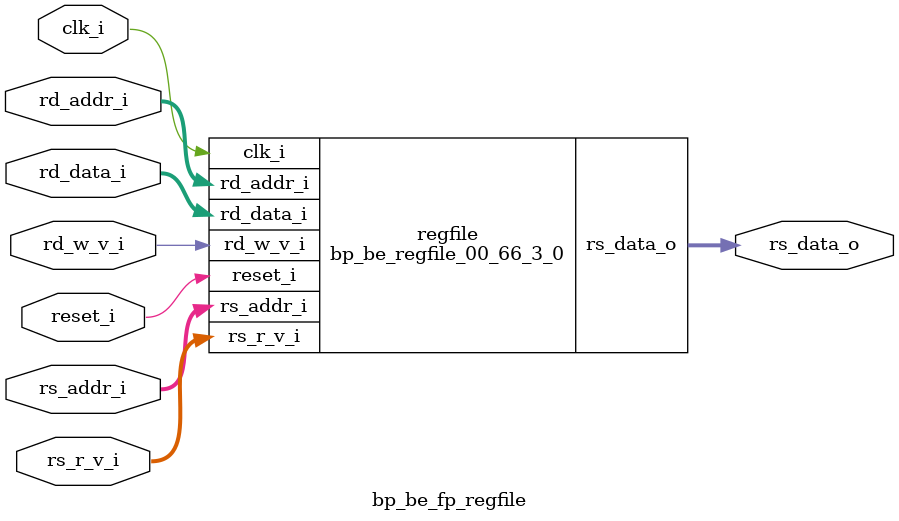
<source format=v>


module bsg_mem_3r1w_sync_width_p66_els_p32
(
  clk_i,
  reset_i,
  w_v_i,
  w_addr_i,
  w_data_i,
  r0_v_i,
  r0_addr_i,
  r0_data_o,
  r1_v_i,
  r1_addr_i,
  r1_data_o,
  r2_v_i,
  r2_addr_i,
  r2_data_o
);

  input [4:0] w_addr_i;
  input [65:0] w_data_i;
  input [4:0] r0_addr_i;
  output [65:0] r0_data_o;
  input [4:0] r1_addr_i;
  output [65:0] r1_data_o;
  input [4:0] r2_addr_i;
  output [65:0] r2_data_o;
  input clk_i;
  input reset_i;
  input w_v_i;
  input r0_v_i;
  input r1_v_i;
  input r2_v_i;
  wire [65:0] r0_data_o,r1_data_o,r2_data_o;

  bsg_mem_3r1w_sync_synth
   #(.width_p(66), .els_p(1<<5))
  synth
  (
    .clk_i(clk_i),
    .reset_i(reset_i),
    .w_v_i(w_v_i),
    .w_addr_i(w_addr_i),
    .w_data_i(w_data_i),
    .r0_v_i(r0_v_i),
    .r0_addr_i(r0_addr_i),
    .r0_data_o(r0_data_o),
    .r1_v_i(r1_v_i),
    .r1_addr_i(r1_addr_i),
    .r1_data_o(r1_data_o),
    .r2_v_i(r2_v_i),
    .r2_addr_i(r2_addr_i),
    .r2_data_o(r2_data_o)
  );


endmodule



module bsg_dff_width_p66
(
  clk_i,
  data_i,
  data_o
);

  input [65:0] data_i;
  output [65:0] data_o;
  input clk_i;
  wire [65:0] data_o;
  reg data_o_65_sv2v_reg,data_o_64_sv2v_reg,data_o_63_sv2v_reg,data_o_62_sv2v_reg,
  data_o_61_sv2v_reg,data_o_60_sv2v_reg,data_o_59_sv2v_reg,data_o_58_sv2v_reg,
  data_o_57_sv2v_reg,data_o_56_sv2v_reg,data_o_55_sv2v_reg,data_o_54_sv2v_reg,
  data_o_53_sv2v_reg,data_o_52_sv2v_reg,data_o_51_sv2v_reg,data_o_50_sv2v_reg,
  data_o_49_sv2v_reg,data_o_48_sv2v_reg,data_o_47_sv2v_reg,data_o_46_sv2v_reg,data_o_45_sv2v_reg,
  data_o_44_sv2v_reg,data_o_43_sv2v_reg,data_o_42_sv2v_reg,data_o_41_sv2v_reg,
  data_o_40_sv2v_reg,data_o_39_sv2v_reg,data_o_38_sv2v_reg,data_o_37_sv2v_reg,
  data_o_36_sv2v_reg,data_o_35_sv2v_reg,data_o_34_sv2v_reg,data_o_33_sv2v_reg,
  data_o_32_sv2v_reg,data_o_31_sv2v_reg,data_o_30_sv2v_reg,data_o_29_sv2v_reg,
  data_o_28_sv2v_reg,data_o_27_sv2v_reg,data_o_26_sv2v_reg,data_o_25_sv2v_reg,data_o_24_sv2v_reg,
  data_o_23_sv2v_reg,data_o_22_sv2v_reg,data_o_21_sv2v_reg,data_o_20_sv2v_reg,
  data_o_19_sv2v_reg,data_o_18_sv2v_reg,data_o_17_sv2v_reg,data_o_16_sv2v_reg,
  data_o_15_sv2v_reg,data_o_14_sv2v_reg,data_o_13_sv2v_reg,data_o_12_sv2v_reg,
  data_o_11_sv2v_reg,data_o_10_sv2v_reg,data_o_9_sv2v_reg,data_o_8_sv2v_reg,data_o_7_sv2v_reg,
  data_o_6_sv2v_reg,data_o_5_sv2v_reg,data_o_4_sv2v_reg,data_o_3_sv2v_reg,
  data_o_2_sv2v_reg,data_o_1_sv2v_reg,data_o_0_sv2v_reg;
  assign data_o[65] = data_o_65_sv2v_reg;
  assign data_o[64] = data_o_64_sv2v_reg;
  assign data_o[63] = data_o_63_sv2v_reg;
  assign data_o[62] = data_o_62_sv2v_reg;
  assign data_o[61] = data_o_61_sv2v_reg;
  assign data_o[60] = data_o_60_sv2v_reg;
  assign data_o[59] = data_o_59_sv2v_reg;
  assign data_o[58] = data_o_58_sv2v_reg;
  assign data_o[57] = data_o_57_sv2v_reg;
  assign data_o[56] = data_o_56_sv2v_reg;
  assign data_o[55] = data_o_55_sv2v_reg;
  assign data_o[54] = data_o_54_sv2v_reg;
  assign data_o[53] = data_o_53_sv2v_reg;
  assign data_o[52] = data_o_52_sv2v_reg;
  assign data_o[51] = data_o_51_sv2v_reg;
  assign data_o[50] = data_o_50_sv2v_reg;
  assign data_o[49] = data_o_49_sv2v_reg;
  assign data_o[48] = data_o_48_sv2v_reg;
  assign data_o[47] = data_o_47_sv2v_reg;
  assign data_o[46] = data_o_46_sv2v_reg;
  assign data_o[45] = data_o_45_sv2v_reg;
  assign data_o[44] = data_o_44_sv2v_reg;
  assign data_o[43] = data_o_43_sv2v_reg;
  assign data_o[42] = data_o_42_sv2v_reg;
  assign data_o[41] = data_o_41_sv2v_reg;
  assign data_o[40] = data_o_40_sv2v_reg;
  assign data_o[39] = data_o_39_sv2v_reg;
  assign data_o[38] = data_o_38_sv2v_reg;
  assign data_o[37] = data_o_37_sv2v_reg;
  assign data_o[36] = data_o_36_sv2v_reg;
  assign data_o[35] = data_o_35_sv2v_reg;
  assign data_o[34] = data_o_34_sv2v_reg;
  assign data_o[33] = data_o_33_sv2v_reg;
  assign data_o[32] = data_o_32_sv2v_reg;
  assign data_o[31] = data_o_31_sv2v_reg;
  assign data_o[30] = data_o_30_sv2v_reg;
  assign data_o[29] = data_o_29_sv2v_reg;
  assign data_o[28] = data_o_28_sv2v_reg;
  assign data_o[27] = data_o_27_sv2v_reg;
  assign data_o[26] = data_o_26_sv2v_reg;
  assign data_o[25] = data_o_25_sv2v_reg;
  assign data_o[24] = data_o_24_sv2v_reg;
  assign data_o[23] = data_o_23_sv2v_reg;
  assign data_o[22] = data_o_22_sv2v_reg;
  assign data_o[21] = data_o_21_sv2v_reg;
  assign data_o[20] = data_o_20_sv2v_reg;
  assign data_o[19] = data_o_19_sv2v_reg;
  assign data_o[18] = data_o_18_sv2v_reg;
  assign data_o[17] = data_o_17_sv2v_reg;
  assign data_o[16] = data_o_16_sv2v_reg;
  assign data_o[15] = data_o_15_sv2v_reg;
  assign data_o[14] = data_o_14_sv2v_reg;
  assign data_o[13] = data_o_13_sv2v_reg;
  assign data_o[12] = data_o_12_sv2v_reg;
  assign data_o[11] = data_o_11_sv2v_reg;
  assign data_o[10] = data_o_10_sv2v_reg;
  assign data_o[9] = data_o_9_sv2v_reg;
  assign data_o[8] = data_o_8_sv2v_reg;
  assign data_o[7] = data_o_7_sv2v_reg;
  assign data_o[6] = data_o_6_sv2v_reg;
  assign data_o[5] = data_o_5_sv2v_reg;
  assign data_o[4] = data_o_4_sv2v_reg;
  assign data_o[3] = data_o_3_sv2v_reg;
  assign data_o[2] = data_o_2_sv2v_reg;
  assign data_o[1] = data_o_1_sv2v_reg;
  assign data_o[0] = data_o_0_sv2v_reg;

  always @(posedge clk_i) begin
    if(1'b1) begin
      data_o_65_sv2v_reg <= data_i[65];
      data_o_64_sv2v_reg <= data_i[64];
      data_o_63_sv2v_reg <= data_i[63];
      data_o_62_sv2v_reg <= data_i[62];
      data_o_61_sv2v_reg <= data_i[61];
      data_o_60_sv2v_reg <= data_i[60];
      data_o_59_sv2v_reg <= data_i[59];
      data_o_58_sv2v_reg <= data_i[58];
      data_o_57_sv2v_reg <= data_i[57];
      data_o_56_sv2v_reg <= data_i[56];
      data_o_55_sv2v_reg <= data_i[55];
      data_o_54_sv2v_reg <= data_i[54];
      data_o_53_sv2v_reg <= data_i[53];
      data_o_52_sv2v_reg <= data_i[52];
      data_o_51_sv2v_reg <= data_i[51];
      data_o_50_sv2v_reg <= data_i[50];
      data_o_49_sv2v_reg <= data_i[49];
      data_o_48_sv2v_reg <= data_i[48];
      data_o_47_sv2v_reg <= data_i[47];
      data_o_46_sv2v_reg <= data_i[46];
      data_o_45_sv2v_reg <= data_i[45];
      data_o_44_sv2v_reg <= data_i[44];
      data_o_43_sv2v_reg <= data_i[43];
      data_o_42_sv2v_reg <= data_i[42];
      data_o_41_sv2v_reg <= data_i[41];
      data_o_40_sv2v_reg <= data_i[40];
      data_o_39_sv2v_reg <= data_i[39];
      data_o_38_sv2v_reg <= data_i[38];
      data_o_37_sv2v_reg <= data_i[37];
      data_o_36_sv2v_reg <= data_i[36];
      data_o_35_sv2v_reg <= data_i[35];
      data_o_34_sv2v_reg <= data_i[34];
      data_o_33_sv2v_reg <= data_i[33];
      data_o_32_sv2v_reg <= data_i[32];
      data_o_31_sv2v_reg <= data_i[31];
      data_o_30_sv2v_reg <= data_i[30];
      data_o_29_sv2v_reg <= data_i[29];
      data_o_28_sv2v_reg <= data_i[28];
      data_o_27_sv2v_reg <= data_i[27];
      data_o_26_sv2v_reg <= data_i[26];
      data_o_25_sv2v_reg <= data_i[25];
      data_o_24_sv2v_reg <= data_i[24];
      data_o_23_sv2v_reg <= data_i[23];
      data_o_22_sv2v_reg <= data_i[22];
      data_o_21_sv2v_reg <= data_i[21];
      data_o_20_sv2v_reg <= data_i[20];
      data_o_19_sv2v_reg <= data_i[19];
      data_o_18_sv2v_reg <= data_i[18];
      data_o_17_sv2v_reg <= data_i[17];
      data_o_16_sv2v_reg <= data_i[16];
      data_o_15_sv2v_reg <= data_i[15];
      data_o_14_sv2v_reg <= data_i[14];
      data_o_13_sv2v_reg <= data_i[13];
      data_o_12_sv2v_reg <= data_i[12];
      data_o_11_sv2v_reg <= data_i[11];
      data_o_10_sv2v_reg <= data_i[10];
      data_o_9_sv2v_reg <= data_i[9];
      data_o_8_sv2v_reg <= data_i[8];
      data_o_7_sv2v_reg <= data_i[7];
      data_o_6_sv2v_reg <= data_i[6];
      data_o_5_sv2v_reg <= data_i[5];
      data_o_4_sv2v_reg <= data_i[4];
      data_o_3_sv2v_reg <= data_i[3];
      data_o_2_sv2v_reg <= data_i[2];
      data_o_1_sv2v_reg <= data_i[1];
      data_o_0_sv2v_reg <= data_i[0];
    end 
  end


endmodule



module bsg_dff_width_p3
(
  clk_i,
  data_i,
  data_o
);

  input [2:0] data_i;
  output [2:0] data_o;
  input clk_i;
  wire [2:0] data_o;
  reg data_o_2_sv2v_reg,data_o_1_sv2v_reg,data_o_0_sv2v_reg;
  assign data_o[2] = data_o_2_sv2v_reg;
  assign data_o[1] = data_o_1_sv2v_reg;
  assign data_o[0] = data_o_0_sv2v_reg;

  always @(posedge clk_i) begin
    if(1'b1) begin
      data_o_2_sv2v_reg <= data_i[2];
      data_o_1_sv2v_reg <= data_i[1];
      data_o_0_sv2v_reg <= data_i[0];
    end 
  end


endmodule



module bsg_dff_en_width_p5
(
  clk_i,
  data_i,
  en_i,
  data_o
);

  input [4:0] data_i;
  output [4:0] data_o;
  input clk_i;
  input en_i;
  wire [4:0] data_o;
  reg data_o_4_sv2v_reg,data_o_3_sv2v_reg,data_o_2_sv2v_reg,data_o_1_sv2v_reg,
  data_o_0_sv2v_reg;
  assign data_o[4] = data_o_4_sv2v_reg;
  assign data_o[3] = data_o_3_sv2v_reg;
  assign data_o[2] = data_o_2_sv2v_reg;
  assign data_o[1] = data_o_1_sv2v_reg;
  assign data_o[0] = data_o_0_sv2v_reg;

  always @(posedge clk_i) begin
    if(en_i) begin
      data_o_4_sv2v_reg <= data_i[4];
      data_o_3_sv2v_reg <= data_i[3];
      data_o_2_sv2v_reg <= data_i[2];
      data_o_1_sv2v_reg <= data_i[1];
      data_o_0_sv2v_reg <= data_i[0];
    end 
  end


endmodule



module bsg_dff_en_width_p66
(
  clk_i,
  data_i,
  en_i,
  data_o
);

  input [65:0] data_i;
  output [65:0] data_o;
  input clk_i;
  input en_i;
  wire [65:0] data_o;
  reg data_o_65_sv2v_reg,data_o_64_sv2v_reg,data_o_63_sv2v_reg,data_o_62_sv2v_reg,
  data_o_61_sv2v_reg,data_o_60_sv2v_reg,data_o_59_sv2v_reg,data_o_58_sv2v_reg,
  data_o_57_sv2v_reg,data_o_56_sv2v_reg,data_o_55_sv2v_reg,data_o_54_sv2v_reg,
  data_o_53_sv2v_reg,data_o_52_sv2v_reg,data_o_51_sv2v_reg,data_o_50_sv2v_reg,
  data_o_49_sv2v_reg,data_o_48_sv2v_reg,data_o_47_sv2v_reg,data_o_46_sv2v_reg,data_o_45_sv2v_reg,
  data_o_44_sv2v_reg,data_o_43_sv2v_reg,data_o_42_sv2v_reg,data_o_41_sv2v_reg,
  data_o_40_sv2v_reg,data_o_39_sv2v_reg,data_o_38_sv2v_reg,data_o_37_sv2v_reg,
  data_o_36_sv2v_reg,data_o_35_sv2v_reg,data_o_34_sv2v_reg,data_o_33_sv2v_reg,
  data_o_32_sv2v_reg,data_o_31_sv2v_reg,data_o_30_sv2v_reg,data_o_29_sv2v_reg,
  data_o_28_sv2v_reg,data_o_27_sv2v_reg,data_o_26_sv2v_reg,data_o_25_sv2v_reg,data_o_24_sv2v_reg,
  data_o_23_sv2v_reg,data_o_22_sv2v_reg,data_o_21_sv2v_reg,data_o_20_sv2v_reg,
  data_o_19_sv2v_reg,data_o_18_sv2v_reg,data_o_17_sv2v_reg,data_o_16_sv2v_reg,
  data_o_15_sv2v_reg,data_o_14_sv2v_reg,data_o_13_sv2v_reg,data_o_12_sv2v_reg,
  data_o_11_sv2v_reg,data_o_10_sv2v_reg,data_o_9_sv2v_reg,data_o_8_sv2v_reg,data_o_7_sv2v_reg,
  data_o_6_sv2v_reg,data_o_5_sv2v_reg,data_o_4_sv2v_reg,data_o_3_sv2v_reg,
  data_o_2_sv2v_reg,data_o_1_sv2v_reg,data_o_0_sv2v_reg;
  assign data_o[65] = data_o_65_sv2v_reg;
  assign data_o[64] = data_o_64_sv2v_reg;
  assign data_o[63] = data_o_63_sv2v_reg;
  assign data_o[62] = data_o_62_sv2v_reg;
  assign data_o[61] = data_o_61_sv2v_reg;
  assign data_o[60] = data_o_60_sv2v_reg;
  assign data_o[59] = data_o_59_sv2v_reg;
  assign data_o[58] = data_o_58_sv2v_reg;
  assign data_o[57] = data_o_57_sv2v_reg;
  assign data_o[56] = data_o_56_sv2v_reg;
  assign data_o[55] = data_o_55_sv2v_reg;
  assign data_o[54] = data_o_54_sv2v_reg;
  assign data_o[53] = data_o_53_sv2v_reg;
  assign data_o[52] = data_o_52_sv2v_reg;
  assign data_o[51] = data_o_51_sv2v_reg;
  assign data_o[50] = data_o_50_sv2v_reg;
  assign data_o[49] = data_o_49_sv2v_reg;
  assign data_o[48] = data_o_48_sv2v_reg;
  assign data_o[47] = data_o_47_sv2v_reg;
  assign data_o[46] = data_o_46_sv2v_reg;
  assign data_o[45] = data_o_45_sv2v_reg;
  assign data_o[44] = data_o_44_sv2v_reg;
  assign data_o[43] = data_o_43_sv2v_reg;
  assign data_o[42] = data_o_42_sv2v_reg;
  assign data_o[41] = data_o_41_sv2v_reg;
  assign data_o[40] = data_o_40_sv2v_reg;
  assign data_o[39] = data_o_39_sv2v_reg;
  assign data_o[38] = data_o_38_sv2v_reg;
  assign data_o[37] = data_o_37_sv2v_reg;
  assign data_o[36] = data_o_36_sv2v_reg;
  assign data_o[35] = data_o_35_sv2v_reg;
  assign data_o[34] = data_o_34_sv2v_reg;
  assign data_o[33] = data_o_33_sv2v_reg;
  assign data_o[32] = data_o_32_sv2v_reg;
  assign data_o[31] = data_o_31_sv2v_reg;
  assign data_o[30] = data_o_30_sv2v_reg;
  assign data_o[29] = data_o_29_sv2v_reg;
  assign data_o[28] = data_o_28_sv2v_reg;
  assign data_o[27] = data_o_27_sv2v_reg;
  assign data_o[26] = data_o_26_sv2v_reg;
  assign data_o[25] = data_o_25_sv2v_reg;
  assign data_o[24] = data_o_24_sv2v_reg;
  assign data_o[23] = data_o_23_sv2v_reg;
  assign data_o[22] = data_o_22_sv2v_reg;
  assign data_o[21] = data_o_21_sv2v_reg;
  assign data_o[20] = data_o_20_sv2v_reg;
  assign data_o[19] = data_o_19_sv2v_reg;
  assign data_o[18] = data_o_18_sv2v_reg;
  assign data_o[17] = data_o_17_sv2v_reg;
  assign data_o[16] = data_o_16_sv2v_reg;
  assign data_o[15] = data_o_15_sv2v_reg;
  assign data_o[14] = data_o_14_sv2v_reg;
  assign data_o[13] = data_o_13_sv2v_reg;
  assign data_o[12] = data_o_12_sv2v_reg;
  assign data_o[11] = data_o_11_sv2v_reg;
  assign data_o[10] = data_o_10_sv2v_reg;
  assign data_o[9] = data_o_9_sv2v_reg;
  assign data_o[8] = data_o_8_sv2v_reg;
  assign data_o[7] = data_o_7_sv2v_reg;
  assign data_o[6] = data_o_6_sv2v_reg;
  assign data_o[5] = data_o_5_sv2v_reg;
  assign data_o[4] = data_o_4_sv2v_reg;
  assign data_o[3] = data_o_3_sv2v_reg;
  assign data_o[2] = data_o_2_sv2v_reg;
  assign data_o[1] = data_o_1_sv2v_reg;
  assign data_o[0] = data_o_0_sv2v_reg;

  always @(posedge clk_i) begin
    if(en_i) begin
      data_o_65_sv2v_reg <= data_i[65];
      data_o_64_sv2v_reg <= data_i[64];
      data_o_63_sv2v_reg <= data_i[63];
      data_o_62_sv2v_reg <= data_i[62];
      data_o_61_sv2v_reg <= data_i[61];
      data_o_60_sv2v_reg <= data_i[60];
      data_o_59_sv2v_reg <= data_i[59];
      data_o_58_sv2v_reg <= data_i[58];
      data_o_57_sv2v_reg <= data_i[57];
      data_o_56_sv2v_reg <= data_i[56];
      data_o_55_sv2v_reg <= data_i[55];
      data_o_54_sv2v_reg <= data_i[54];
      data_o_53_sv2v_reg <= data_i[53];
      data_o_52_sv2v_reg <= data_i[52];
      data_o_51_sv2v_reg <= data_i[51];
      data_o_50_sv2v_reg <= data_i[50];
      data_o_49_sv2v_reg <= data_i[49];
      data_o_48_sv2v_reg <= data_i[48];
      data_o_47_sv2v_reg <= data_i[47];
      data_o_46_sv2v_reg <= data_i[46];
      data_o_45_sv2v_reg <= data_i[45];
      data_o_44_sv2v_reg <= data_i[44];
      data_o_43_sv2v_reg <= data_i[43];
      data_o_42_sv2v_reg <= data_i[42];
      data_o_41_sv2v_reg <= data_i[41];
      data_o_40_sv2v_reg <= data_i[40];
      data_o_39_sv2v_reg <= data_i[39];
      data_o_38_sv2v_reg <= data_i[38];
      data_o_37_sv2v_reg <= data_i[37];
      data_o_36_sv2v_reg <= data_i[36];
      data_o_35_sv2v_reg <= data_i[35];
      data_o_34_sv2v_reg <= data_i[34];
      data_o_33_sv2v_reg <= data_i[33];
      data_o_32_sv2v_reg <= data_i[32];
      data_o_31_sv2v_reg <= data_i[31];
      data_o_30_sv2v_reg <= data_i[30];
      data_o_29_sv2v_reg <= data_i[29];
      data_o_28_sv2v_reg <= data_i[28];
      data_o_27_sv2v_reg <= data_i[27];
      data_o_26_sv2v_reg <= data_i[26];
      data_o_25_sv2v_reg <= data_i[25];
      data_o_24_sv2v_reg <= data_i[24];
      data_o_23_sv2v_reg <= data_i[23];
      data_o_22_sv2v_reg <= data_i[22];
      data_o_21_sv2v_reg <= data_i[21];
      data_o_20_sv2v_reg <= data_i[20];
      data_o_19_sv2v_reg <= data_i[19];
      data_o_18_sv2v_reg <= data_i[18];
      data_o_17_sv2v_reg <= data_i[17];
      data_o_16_sv2v_reg <= data_i[16];
      data_o_15_sv2v_reg <= data_i[15];
      data_o_14_sv2v_reg <= data_i[14];
      data_o_13_sv2v_reg <= data_i[13];
      data_o_12_sv2v_reg <= data_i[12];
      data_o_11_sv2v_reg <= data_i[11];
      data_o_10_sv2v_reg <= data_i[10];
      data_o_9_sv2v_reg <= data_i[9];
      data_o_8_sv2v_reg <= data_i[8];
      data_o_7_sv2v_reg <= data_i[7];
      data_o_6_sv2v_reg <= data_i[6];
      data_o_5_sv2v_reg <= data_i[5];
      data_o_4_sv2v_reg <= data_i[4];
      data_o_3_sv2v_reg <= data_i[3];
      data_o_2_sv2v_reg <= data_i[2];
      data_o_1_sv2v_reg <= data_i[1];
      data_o_0_sv2v_reg <= data_i[0];
    end 
  end


endmodule



module bp_be_regfile_00_66_3_0
(
  clk_i,
  reset_i,
  rs_r_v_i,
  rs_addr_i,
  rs_data_o,
  rd_w_v_i,
  rd_addr_i,
  rd_data_i
);

  input [2:0] rs_r_v_i;
  input [14:0] rs_addr_i;
  output [197:0] rs_data_o;
  input [4:0] rd_addr_i;
  input [65:0] rd_data_i;
  input clk_i;
  input reset_i;
  input rd_w_v_i;
  wire [197:0] rs_data_o,rs_data_lo;
  wire N0,N1,N2,N3,N4,N5,N6,N7,N8,N9,N10,N11,N12,N13,N14,N15,\bypass_0_.fwd_rs ,
  \bypass_0_.zero_rs_r ,\bypass_0_.fwd_rs_r ,\bypass_0_.rs_r_v_r ,N16,N17,N18,N19,N20,
  \bypass_0_.replace_rs ,N21,_2_net_,N22,N23,\bypass_1_.fwd_rs ,
  \bypass_1_.zero_rs_r ,\bypass_1_.fwd_rs_r ,\bypass_1_.rs_r_v_r ,N24,N25,N26,N27,N28,
  \bypass_1_.replace_rs ,N29,_5_net_,N30,N31,\bypass_2_.fwd_rs ,\bypass_2_.zero_rs_r ,
  \bypass_2_.fwd_rs_r ,\bypass_2_.rs_r_v_r ,N32,N33,N34,N35,N36,\bypass_2_.replace_rs ,N37,
  _8_net_,N38,N39,N40,N41,N42,N43,N44;
  wire [2:0] rs_v_li;
  wire [65:0] rd_data_r,\bypass_0_.fwd_data_lo ,\bypass_0_.rs_data_n ,\bypass_0_.rs_data_r ,
  \bypass_1_.fwd_data_lo ,\bypass_1_.rs_data_n ,\bypass_1_.rs_data_r ,
  \bypass_2_.fwd_data_lo ,\bypass_2_.rs_data_n ,\bypass_2_.rs_data_r ;
  wire [4:0] \bypass_0_.rs_addr_r ,\bypass_1_.rs_addr_r ,\bypass_2_.rs_addr_r ;

  bsg_mem_3r1w_sync_width_p66_els_p32
  \threeronew.rf 
  (
    .clk_i(clk_i),
    .reset_i(reset_i),
    .w_v_i(rd_w_v_i),
    .w_addr_i(rd_addr_i),
    .w_data_i(rd_data_i),
    .r0_v_i(rs_v_li[0]),
    .r0_addr_i(rs_addr_i[4:0]),
    .r0_data_o(rs_data_lo[65:0]),
    .r1_v_i(rs_v_li[1]),
    .r1_addr_i(rs_addr_i[9:5]),
    .r1_data_o(rs_data_lo[131:66]),
    .r2_v_i(rs_v_li[2]),
    .r2_addr_i(rs_addr_i[14:10]),
    .r2_data_o(rs_data_lo[197:132])
  );


  bsg_dff_width_p66
  rd_reg
  (
    .clk_i(clk_i),
    .data_i(rd_data_i),
    .data_o(rd_data_r)
  );

  assign N15 = rd_addr_i == rs_addr_i[4:0];

  bsg_dff_width_p3
  \bypass_0_.rs_r_v_reg 
  (
    .clk_i(clk_i),
    .data_i({ 1'b0, \bypass_0_.fwd_rs , rs_r_v_i[0:0] }),
    .data_o({ \bypass_0_.zero_rs_r , \bypass_0_.fwd_rs_r , \bypass_0_.rs_r_v_r  })
  );


  bsg_dff_en_width_p5
  \bypass_0_.rs_addr_reg 
  (
    .clk_i(clk_i),
    .data_i(rs_addr_i[4:0]),
    .en_i(rs_r_v_i[0]),
    .data_o(\bypass_0_.rs_addr_r )
  );

  assign N20 = \bypass_0_.rs_addr_r  == rd_addr_i;

  bsg_dff_en_width_p66
  \bypass_0_.rs_data_reg 
  (
    .clk_i(clk_i),
    .data_i(\bypass_0_.rs_data_n ),
    .en_i(_2_net_),
    .data_o(\bypass_0_.rs_data_r )
  );

  assign N23 = rd_addr_i == rs_addr_i[9:5];

  bsg_dff_width_p3
  \bypass_1_.rs_r_v_reg 
  (
    .clk_i(clk_i),
    .data_i({ 1'b0, \bypass_1_.fwd_rs , rs_r_v_i[1:1] }),
    .data_o({ \bypass_1_.zero_rs_r , \bypass_1_.fwd_rs_r , \bypass_1_.rs_r_v_r  })
  );


  bsg_dff_en_width_p5
  \bypass_1_.rs_addr_reg 
  (
    .clk_i(clk_i),
    .data_i(rs_addr_i[9:5]),
    .en_i(rs_r_v_i[1]),
    .data_o(\bypass_1_.rs_addr_r )
  );

  assign N28 = \bypass_1_.rs_addr_r  == rd_addr_i;

  bsg_dff_en_width_p66
  \bypass_1_.rs_data_reg 
  (
    .clk_i(clk_i),
    .data_i(\bypass_1_.rs_data_n ),
    .en_i(_5_net_),
    .data_o(\bypass_1_.rs_data_r )
  );

  assign N31 = rd_addr_i == rs_addr_i[14:10];

  bsg_dff_width_p3
  \bypass_2_.rs_r_v_reg 
  (
    .clk_i(clk_i),
    .data_i({ 1'b0, \bypass_2_.fwd_rs , rs_r_v_i[2:2] }),
    .data_o({ \bypass_2_.zero_rs_r , \bypass_2_.fwd_rs_r , \bypass_2_.rs_r_v_r  })
  );


  bsg_dff_en_width_p5
  \bypass_2_.rs_addr_reg 
  (
    .clk_i(clk_i),
    .data_i(rs_addr_i[14:10]),
    .en_i(rs_r_v_i[2]),
    .data_o(\bypass_2_.rs_addr_r )
  );

  assign N36 = \bypass_2_.rs_addr_r  == rd_addr_i;

  bsg_dff_en_width_p66
  \bypass_2_.rs_data_reg 
  (
    .clk_i(clk_i),
    .data_i(\bypass_2_.rs_data_n ),
    .en_i(_8_net_),
    .data_o(\bypass_2_.rs_data_r )
  );

  assign \bypass_0_.fwd_data_lo  = (N0)? { 1'b0, 1'b0, 1'b0, 1'b0, 1'b0, 1'b0, 1'b0, 1'b0, 1'b0, 1'b0, 1'b0, 1'b0, 1'b0, 1'b0, 1'b0, 1'b0, 1'b0, 1'b0, 1'b0, 1'b0, 1'b0, 1'b0, 1'b0, 1'b0, 1'b0, 1'b0, 1'b0, 1'b0, 1'b0, 1'b0, 1'b0, 1'b0, 1'b0, 1'b0, 1'b0, 1'b0, 1'b0, 1'b0, 1'b0, 1'b0, 1'b0, 1'b0, 1'b0, 1'b0, 1'b0, 1'b0, 1'b0, 1'b0, 1'b0, 1'b0, 1'b0, 1'b0, 1'b0, 1'b0, 1'b0, 1'b0, 1'b0, 1'b0, 1'b0, 1'b0, 1'b0, 1'b0, 1'b0, 1'b0, 1'b0, 1'b0 } : 
                                   (N19)? rd_data_r : 
                                   (N17)? rs_data_lo[65:0] : 1'b0;
  assign N0 = \bypass_0_.zero_rs_r ;
  assign \bypass_0_.rs_data_n  = (N1)? rd_data_i : 
                                 (N2)? \bypass_0_.fwd_data_lo  : 1'b0;
  assign N1 = \bypass_0_.replace_rs ;
  assign N2 = N21;
  assign rs_data_o[65:0] = (N3)? \bypass_0_.fwd_data_lo  : 
                           (N4)? \bypass_0_.rs_data_r  : 1'b0;
  assign N3 = \bypass_0_.rs_r_v_r ;
  assign N4 = N22;
  assign \bypass_1_.fwd_data_lo  = (N5)? { 1'b0, 1'b0, 1'b0, 1'b0, 1'b0, 1'b0, 1'b0, 1'b0, 1'b0, 1'b0, 1'b0, 1'b0, 1'b0, 1'b0, 1'b0, 1'b0, 1'b0, 1'b0, 1'b0, 1'b0, 1'b0, 1'b0, 1'b0, 1'b0, 1'b0, 1'b0, 1'b0, 1'b0, 1'b0, 1'b0, 1'b0, 1'b0, 1'b0, 1'b0, 1'b0, 1'b0, 1'b0, 1'b0, 1'b0, 1'b0, 1'b0, 1'b0, 1'b0, 1'b0, 1'b0, 1'b0, 1'b0, 1'b0, 1'b0, 1'b0, 1'b0, 1'b0, 1'b0, 1'b0, 1'b0, 1'b0, 1'b0, 1'b0, 1'b0, 1'b0, 1'b0, 1'b0, 1'b0, 1'b0, 1'b0, 1'b0 } : 
                                   (N27)? rd_data_r : 
                                   (N25)? rs_data_lo[131:66] : 1'b0;
  assign N5 = \bypass_1_.zero_rs_r ;
  assign \bypass_1_.rs_data_n  = (N6)? rd_data_i : 
                                 (N7)? \bypass_1_.fwd_data_lo  : 1'b0;
  assign N6 = \bypass_1_.replace_rs ;
  assign N7 = N29;
  assign rs_data_o[131:66] = (N8)? \bypass_1_.fwd_data_lo  : 
                             (N9)? \bypass_1_.rs_data_r  : 1'b0;
  assign N8 = \bypass_1_.rs_r_v_r ;
  assign N9 = N30;
  assign \bypass_2_.fwd_data_lo  = (N10)? { 1'b0, 1'b0, 1'b0, 1'b0, 1'b0, 1'b0, 1'b0, 1'b0, 1'b0, 1'b0, 1'b0, 1'b0, 1'b0, 1'b0, 1'b0, 1'b0, 1'b0, 1'b0, 1'b0, 1'b0, 1'b0, 1'b0, 1'b0, 1'b0, 1'b0, 1'b0, 1'b0, 1'b0, 1'b0, 1'b0, 1'b0, 1'b0, 1'b0, 1'b0, 1'b0, 1'b0, 1'b0, 1'b0, 1'b0, 1'b0, 1'b0, 1'b0, 1'b0, 1'b0, 1'b0, 1'b0, 1'b0, 1'b0, 1'b0, 1'b0, 1'b0, 1'b0, 1'b0, 1'b0, 1'b0, 1'b0, 1'b0, 1'b0, 1'b0, 1'b0, 1'b0, 1'b0, 1'b0, 1'b0, 1'b0, 1'b0 } : 
                                   (N35)? rd_data_r : 
                                   (N33)? rs_data_lo[197:132] : 1'b0;
  assign N10 = \bypass_2_.zero_rs_r ;
  assign \bypass_2_.rs_data_n  = (N11)? rd_data_i : 
                                 (N12)? \bypass_2_.fwd_data_lo  : 1'b0;
  assign N11 = \bypass_2_.replace_rs ;
  assign N12 = N37;
  assign rs_data_o[197:132] = (N13)? \bypass_2_.fwd_data_lo  : 
                              (N14)? \bypass_2_.rs_data_r  : 1'b0;
  assign N13 = \bypass_2_.rs_r_v_r ;
  assign N14 = N38;
  assign \bypass_0_.fwd_rs  = N39 & N15;
  assign N39 = rd_w_v_i & rs_r_v_i[0];
  assign N16 = \bypass_0_.fwd_rs_r  | \bypass_0_.zero_rs_r ;
  assign N17 = ~N16;
  assign N18 = ~\bypass_0_.zero_rs_r ;
  assign N19 = \bypass_0_.fwd_rs_r  & N18;
  assign \bypass_0_.replace_rs  = rd_w_v_i & N20;
  assign N21 = ~\bypass_0_.replace_rs ;
  assign _2_net_ = \bypass_0_.rs_r_v_r  | \bypass_0_.replace_rs ;
  assign rs_v_li[0] = rs_r_v_i[0] & N40;
  assign N40 = ~\bypass_0_.fwd_rs ;
  assign N22 = ~\bypass_0_.rs_r_v_r ;
  assign \bypass_1_.fwd_rs  = N41 & N23;
  assign N41 = rd_w_v_i & rs_r_v_i[1];
  assign N24 = \bypass_1_.fwd_rs_r  | \bypass_1_.zero_rs_r ;
  assign N25 = ~N24;
  assign N26 = ~\bypass_1_.zero_rs_r ;
  assign N27 = \bypass_1_.fwd_rs_r  & N26;
  assign \bypass_1_.replace_rs  = rd_w_v_i & N28;
  assign N29 = ~\bypass_1_.replace_rs ;
  assign _5_net_ = \bypass_1_.rs_r_v_r  | \bypass_1_.replace_rs ;
  assign rs_v_li[1] = rs_r_v_i[1] & N42;
  assign N42 = ~\bypass_1_.fwd_rs ;
  assign N30 = ~\bypass_1_.rs_r_v_r ;
  assign \bypass_2_.fwd_rs  = N43 & N31;
  assign N43 = rd_w_v_i & rs_r_v_i[2];
  assign N32 = \bypass_2_.fwd_rs_r  | \bypass_2_.zero_rs_r ;
  assign N33 = ~N32;
  assign N34 = ~\bypass_2_.zero_rs_r ;
  assign N35 = \bypass_2_.fwd_rs_r  & N34;
  assign \bypass_2_.replace_rs  = rd_w_v_i & N36;
  assign N37 = ~\bypass_2_.replace_rs ;
  assign _8_net_ = \bypass_2_.rs_r_v_r  | \bypass_2_.replace_rs ;
  assign rs_v_li[2] = rs_r_v_i[2] & N44;
  assign N44 = ~\bypass_2_.fwd_rs ;
  assign N38 = ~\bypass_2_.rs_r_v_r ;

endmodule



module bp_be_fp_regfile
(
  clk_i,
  reset_i,
  rs_r_v_i,
  rs_addr_i,
  rs_data_o,
  rd_w_v_i,
  rd_addr_i,
  rd_data_i
);

  input [2:0] rs_r_v_i;
  input [14:0] rs_addr_i;
  output [197:0] rs_data_o;
  input [4:0] rd_addr_i;
  input [65:0] rd_data_i;
  input clk_i;
  input reset_i;
  input rd_w_v_i;
  wire [197:0] rs_data_o;

  bp_be_regfile_00_66_3_0
  regfile
  (
    .clk_i(clk_i),
    .reset_i(reset_i),
    .rs_r_v_i(rs_r_v_i),
    .rs_addr_i(rs_addr_i),
    .rs_data_o(rs_data_o),
    .rd_w_v_i(rd_w_v_i),
    .rd_addr_i(rd_addr_i),
    .rd_data_i(rd_data_i)
  );


endmodule


</source>
